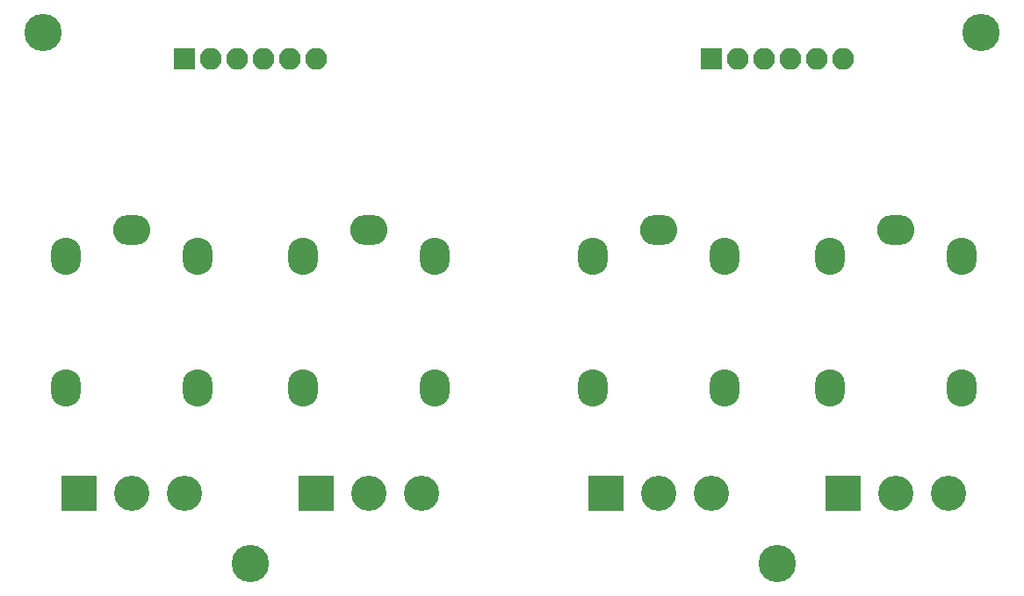
<source format=gbr>
G04 #@! TF.FileFunction,Soldermask,Bot*
%FSLAX46Y46*%
G04 Gerber Fmt 4.6, Leading zero omitted, Abs format (unit mm)*
G04 Created by KiCad (PCBNEW 4.0.7) date 05/31/18 17:41:53*
%MOMM*%
%LPD*%
G01*
G04 APERTURE LIST*
%ADD10C,0.100000*%
%ADD11C,3.600000*%
%ADD12R,3.400000X3.400000*%
%ADD13C,3.400000*%
%ADD14O,2.900000X3.600000*%
%ADD15O,3.600000X2.900000*%
%ADD16R,2.100000X2.100000*%
%ADD17O,2.100000X2.100000*%
G04 APERTURE END LIST*
D10*
D11*
X134620000Y-105791000D03*
X63881000Y-54610000D03*
X83820000Y-105791000D03*
D12*
X67310000Y-99060000D03*
D13*
X72390000Y-99060000D03*
X77470000Y-99060000D03*
D12*
X90170000Y-99060000D03*
D13*
X95250000Y-99060000D03*
X100330000Y-99060000D03*
D12*
X118110000Y-99060000D03*
D13*
X123190000Y-99060000D03*
X128270000Y-99060000D03*
D12*
X140970000Y-99060000D03*
D13*
X146050000Y-99060000D03*
X151130000Y-99060000D03*
D14*
X66040000Y-76200000D03*
X78740000Y-76200000D03*
D15*
X72390000Y-73660000D03*
D14*
X78740000Y-88900000D03*
X66040000Y-88900000D03*
X88900000Y-76200000D03*
X101600000Y-76200000D03*
D15*
X95250000Y-73660000D03*
D14*
X101600000Y-88900000D03*
X88900000Y-88900000D03*
X116840000Y-76200000D03*
X129540000Y-76200000D03*
D15*
X123190000Y-73660000D03*
D14*
X129540000Y-88900000D03*
X116840000Y-88900000D03*
X139700000Y-76200000D03*
X152400000Y-76200000D03*
D15*
X146050000Y-73660000D03*
D14*
X152400000Y-88900000D03*
X139700000Y-88900000D03*
D16*
X128270000Y-57150000D03*
D17*
X130810000Y-57150000D03*
X133350000Y-57150000D03*
X135890000Y-57150000D03*
X138430000Y-57150000D03*
X140970000Y-57150000D03*
D16*
X77470000Y-57150000D03*
D17*
X80010000Y-57150000D03*
X82550000Y-57150000D03*
X85090000Y-57150000D03*
X87630000Y-57150000D03*
X90170000Y-57150000D03*
D11*
X154305000Y-54610000D03*
M02*

</source>
